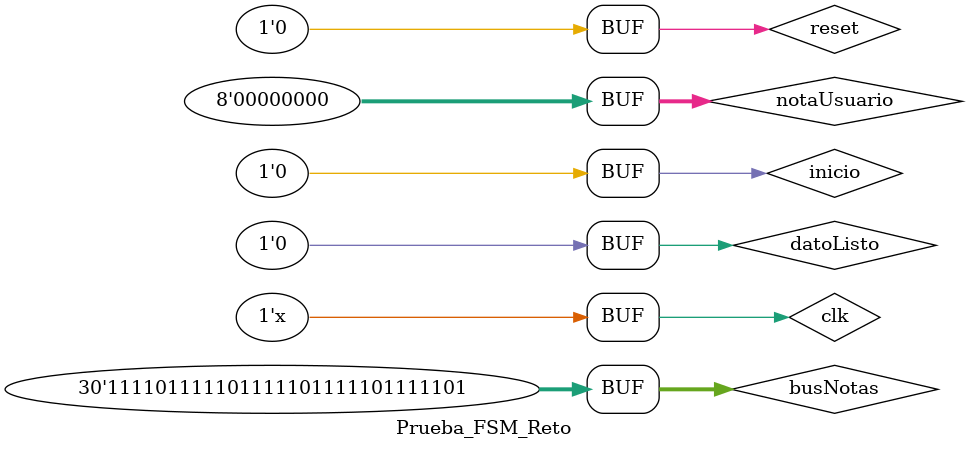
<source format=v>
`timescale 1ns / 1ps


module Prueba_FSM_Reto;

	// Inputs
	reg clk;
	reg reset;
	reg inicio;
	reg [29:0] busNotas;
	reg [7:0] notaUsuario;
	reg datoListo;

	// Outputs
	wire [2:0] notaSalida;
	wire juegoListo;
	wire cargarSecuencia;
	wire finJuego;
	wire contarNotas;

	// Instantiate the Unit Under Test (UUT)
	FSM_Modo_Reto uut (
		.clk(clk), 
		.reset(reset), 
		.inicio(inicio), 
		.busNotas(busNotas), 
		.notaUsuario(notaUsuario), 
		.datoListo(datoListo), 
		.notaSalida(notaSalida), 
		.juegoListo(juegoListo), 
		.cargarSecuencia(cargarSecuencia), 
		.finJuego(finJuego), 
		.contarNotas(contarNotas)
	);

	initial begin
		// Initialize Inputs
		clk = 0;
		reset = 0;
		inicio = 0;
		busNotas = 0;
		notaUsuario = 0;
		datoListo = 0;

		// Wait 100 ns for global reset to finish
		#100;
		
		reset = 0;
		inicio = 1;
		busNotas = 0;
		notaUsuario = 0;
		datoListo = 0;
		
		#100;
		
		reset = 0;
		inicio = 0;
		busNotas = 30'b111101111101111101111101111101;
		notaUsuario = 0;
		datoListo = 1;
		
		#100;
		
		reset = 0;
		inicio = 0;
		busNotas = 30'b111101111101111101111101111101;
		notaUsuario = 0;
		datoListo = 0;

		// Wait 100 ns for global reset to finish
		#100;
        
		// Add stimulus here

	end
	
always begin #20 clk = ~clk; end
      
endmodule


</source>
